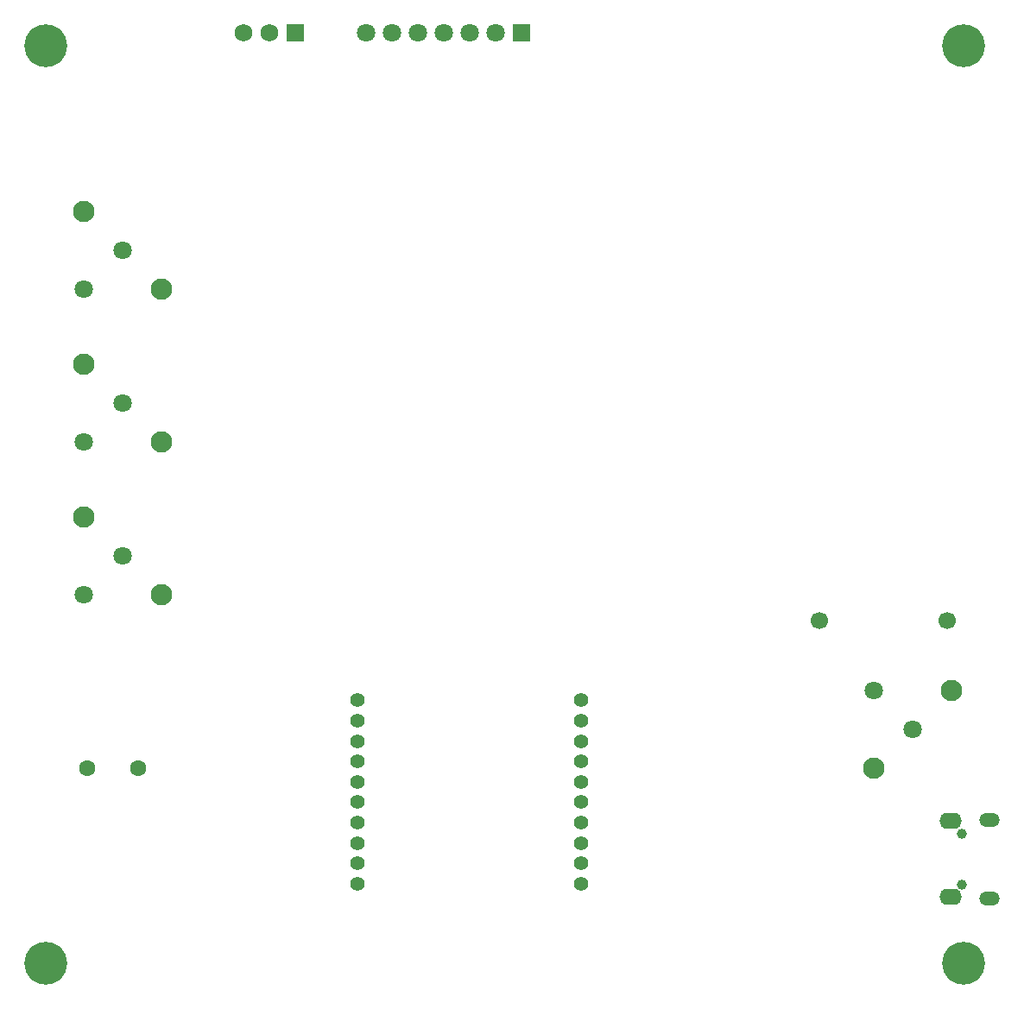
<source format=gbs>
G04 Layer_Color=16711935*
%FSLAX25Y25*%
%MOIN*%
G70*
G01*
G75*
%ADD40C,0.06299*%
%ADD46C,0.05512*%
%ADD85C,0.07087*%
%ADD86C,0.08268*%
%ADD87C,0.06693*%
%ADD88C,0.03937*%
%ADD89O,0.07874X0.05315*%
%ADD90O,0.08661X0.06299*%
%ADD91R,0.06890X0.06890*%
%ADD92C,0.06890*%
%ADD93R,0.07087X0.07087*%
%ADD94C,0.16535*%
D40*
X55343Y95000D02*
D03*
X35658D02*
D03*
D46*
X226500Y121370D02*
D03*
Y113496D02*
D03*
Y105622D02*
D03*
Y97748D02*
D03*
Y89874D02*
D03*
Y82000D02*
D03*
Y74126D02*
D03*
Y66252D02*
D03*
Y58378D02*
D03*
Y50504D02*
D03*
X139886D02*
D03*
Y58378D02*
D03*
Y66252D02*
D03*
Y74126D02*
D03*
Y82000D02*
D03*
Y89874D02*
D03*
Y97748D02*
D03*
Y105622D02*
D03*
Y113496D02*
D03*
Y121370D02*
D03*
D85*
X49213Y236221D02*
D03*
X34213Y221220D02*
D03*
X49213Y177165D02*
D03*
X34213Y162165D02*
D03*
X354331Y110236D02*
D03*
X339331Y125236D02*
D03*
X49213Y295276D02*
D03*
X34213Y280276D02*
D03*
X143500Y379000D02*
D03*
X153500D02*
D03*
X163500D02*
D03*
X173500D02*
D03*
X183500D02*
D03*
X193500D02*
D03*
D86*
X64213Y221220D02*
D03*
X34213Y251220D02*
D03*
X64213Y162165D02*
D03*
X34213Y192165D02*
D03*
X339331Y95236D02*
D03*
X369331Y125236D02*
D03*
X64213Y280276D02*
D03*
X34213Y310276D02*
D03*
D87*
X367606Y152012D02*
D03*
X318394D02*
D03*
D88*
X373331Y69842D02*
D03*
Y50157D02*
D03*
D89*
X383961Y44744D02*
D03*
Y75256D02*
D03*
D90*
X369000Y45335D02*
D03*
Y74665D02*
D03*
D91*
X116000Y379000D02*
D03*
D92*
X106000D02*
D03*
X96000D02*
D03*
D93*
X203500D02*
D03*
D94*
X19685Y19685D02*
D03*
X374016D02*
D03*
Y374016D02*
D03*
X19685D02*
D03*
M02*

</source>
